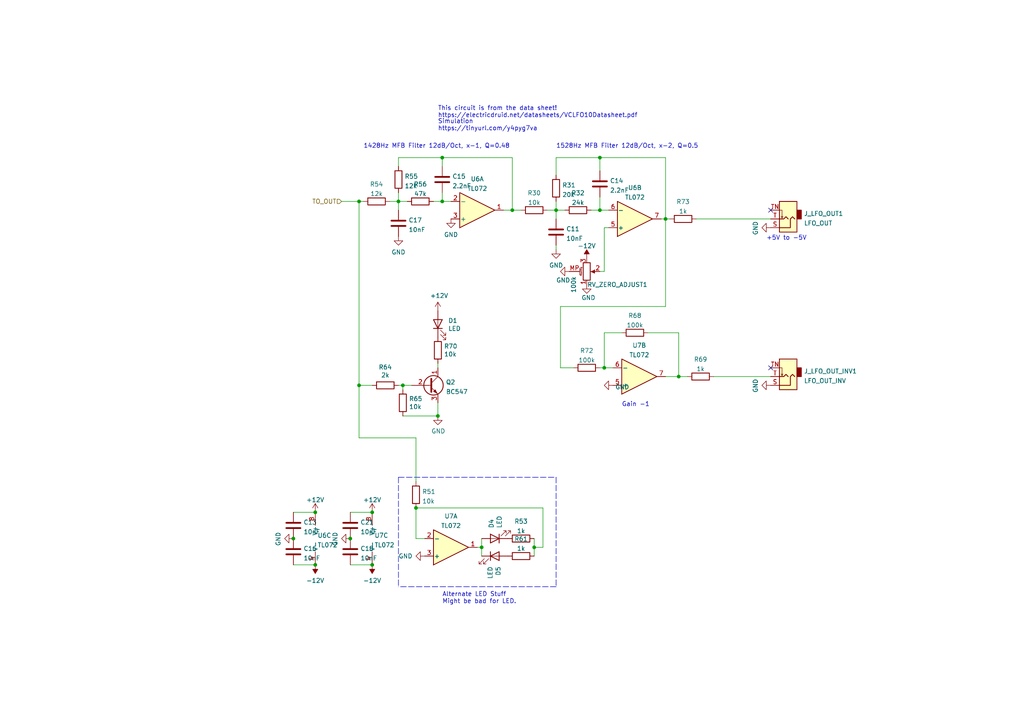
<source format=kicad_sch>
(kicad_sch (version 20211123) (generator eeschema)
  (paper "A4")
  (title_block (title "VCLFO10") (date "2022-06-29") (rev "1.0") (company "RobotDialogs"))
  (lib_symbols
    (symbol "Amplifier_Operational:TL072" (pin_names (offset 0.127))
      (property "Reference" "U" (at 0 5.08 0))
      (property "Value" "TL072" (at 0 -5.08 0))
      (symbol "TL072_1_1"
        (polyline (pts (xy -5.08 5.08) (xy 5.08 0) (xy -5.08 -5.08) (xy -5.08 5.08)) (stroke (width 0.254)) (fill (type background)))
        (pin output line (at 7.62 0 180) (length 2.54) (name "~") (number "1"))
        (pin input line (at -7.62 -2.54 0) (length 2.54) (name "-") (number "2"))
        (pin input line (at -7.62 2.54 0) (length 2.54) (name "+") (number "3"))
      )
      (symbol "TL072_2_1"
        (polyline (pts (xy -5.08 5.08) (xy 5.08 0) (xy -5.08 -5.08) (xy -5.08 5.08)) (stroke (width 0.254)) (fill (type background)))
        (pin input line (at -7.62 2.54 0) (length 2.54) (name "+") (number "5"))
        (pin input line (at -7.62 -2.54 0) (length 2.54) (name "-") (number "6"))
        (pin output line (at 7.62 0 180) (length 2.54) (name "~") (number "7"))
      )
      (symbol "TL072_3_1"
        (pin power_in line (at -2.54 -7.62 90) (length 3.81) (name "V-") (number "4"))
        (pin power_in line (at -2.54 7.62 270) (length 3.81) (name "V+") (number "8"))
      )
    )
    (symbol "Connector:AudioJack2_SwitchT"
      (property "Reference" "J" (at 0 8.89 0))
      (property "Value" "AudioJack2_SwitchT" (at 0 6.35 0))
      (symbol "AudioJack2_SwitchT_0_1"
        (rectangle (start -2.54 0) (end -3.81 -2.54) (stroke (width 0.254)) (fill (type outline)))
        (polyline (pts (xy 1.778 -0.254) (xy 2.032 -0.762)))
        (polyline (pts (xy 0 0) (xy 0.635 -0.635) (xy 1.27 0) (xy 2.54 0)) (stroke (width 0.254)))
        (polyline (pts (xy 2.54 -2.54) (xy 1.778 -2.54) (xy 1.778 -0.254) (xy 1.524 -0.762)))
        (polyline (pts (xy 2.54 2.54) (xy -0.635 2.54) (xy -0.635 0) (xy -1.27 -0.635) (xy -1.905 0)) (stroke (width 0.254)))
        (rectangle (start 2.54 3.81) (end -2.54 -5.08) (stroke (width 0.254)) (fill (type background)))
      )
      (symbol "AudioJack2_SwitchT_1_1"
        (pin passive line (at 5.08 2.54 180) (length 2.54) (name "~") (number "S"))
        (pin passive line (at 5.08 0 180) (length 2.54) (name "~") (number "T"))
        (pin passive line (at 5.08 -2.54 180) (length 2.54) (name "~") (number "TN"))
      )
    )
    (symbol "Device:C" (pin_numbers hide) (pin_names (offset 0.254))
      (property "Reference" "C" (at 0.635 2.54 0))
      (property "Value" "C" (at 0.635 -2.54 0))
      (symbol "C_0_1"
        (polyline (pts (xy -2.032 -0.762) (xy 2.032 -0.762)) (stroke (width 0.508)))
        (polyline (pts (xy -2.032 0.762) (xy 2.032 0.762)) (stroke (width 0.508)))
      )
      (symbol "C_1_1"
        (pin passive line (at 0 3.81 270) (length 2.794) (name "~") (number "1"))
        (pin passive line (at 0 -3.81 90) (length 2.794) (name "~") (number "2"))
      )
    )
    (symbol "Device:LED" (pin_numbers hide) (pin_names (offset 1.016) hide)
      (property "Reference" "D" (at 0 2.54 0))
      (property "Value" "LED" (at 0 -2.54 0))
      (symbol "LED_0_1"
        (polyline (pts (xy -1.27 -1.27) (xy -1.27 1.27)) (stroke (width 0.254)))
        (polyline (pts (xy -1.27 0) (xy 1.27 0)))
        (polyline (pts (xy 1.27 -1.27) (xy 1.27 1.27) (xy -1.27 0) (xy 1.27 -1.27)) (stroke (width 0.254)))
        (polyline (pts (xy -3.048 -0.762) (xy -4.572 -2.286) (xy -3.81 -2.286) (xy -4.572 -2.286) (xy -4.572 -1.524)))
        (polyline (pts (xy -1.778 -0.762) (xy -3.302 -2.286) (xy -2.54 -2.286) (xy -3.302 -2.286) (xy -3.302 -1.524)))
      )
      (symbol "LED_1_1"
        (pin passive line (at -3.81 0 0) (length 2.54) (name "K") (number "1"))
        (pin passive line (at 3.81 0 180) (length 2.54) (name "A") (number "2"))
      )
    )
    (symbol "Device:R" (pin_numbers hide) (pin_names (offset 0))
      (property "Reference" "R" (at 2.032 0 90))
      (property "Value" "R" (at 0 0 90))
      (symbol "R_0_1"
        (rectangle (start -1.016 -2.54) (end 1.016 2.54) (stroke (width 0.254)))
      )
      (symbol "R_1_1"
        (pin passive line (at 0 3.81 270) (length 1.27) (name "~") (number "1"))
        (pin passive line (at 0 -3.81 90) (length 1.27) (name "~") (number "2"))
      )
    )
    (symbol "Device:R_Potentiometer_MountingPin" (pin_names (offset 1.016) hide)
      (property "Reference" "RV" (at -8.255 0 90))
      (property "Value" "R_Potentiometer_MountingPin" (at -6.35 0 90))
      (symbol "R_Potentiometer_MountingPin_0_1"
        (polyline (pts (xy 2.54 0) (xy 1.524 0)))
        (polyline (pts (xy 1.143 0) (xy 2.286 0.508) (xy 2.286 -0.508)) (fill (type outline)))
        (rectangle (start 1.016 2.54) (end -1.016 -2.54) (stroke (width 0.254)))
      )
      (symbol "R_Potentiometer_MountingPin_1_1"
        (polyline (pts (xy -2.032 1.016) (xy -2.032 -1.016)) (stroke (width 0.1524)))
        (text "Mounting" (at -1.651 0 900) (effects (font (size 0.381 0.381))))
        (pin passive line (at 0 3.81 270) (length 1.27) (name "1") (number "1"))
        (pin passive line (at 3.81 0 180) (length 1.27) (name "2") (number "2"))
        (pin passive line (at 0 -3.81 90) (length 1.27) (name "3") (number "3"))
        (pin passive line (at -5.08 0 0) (length 3.048) (name "MountPin") (number "MP"))
      )
    )
    (symbol "Transistor_BJT:BC547" (pin_names (offset 0) hide)
      (property "Reference" "Q" (at 5.08 1.905 0))
      (property "Value" "BC547" (at 5.08 0 0))
      (symbol "BC547_0_1"
        (polyline (pts (xy 0 0) (xy 0.635 0)))
        (polyline (pts (xy 0.635 0.635) (xy 2.54 2.54)))
        (polyline (pts (xy 0.635 -0.635) (xy 2.54 -2.54) (xy 2.54 -2.54)))
        (polyline (pts (xy 0.635 1.905) (xy 0.635 -1.905) (xy 0.635 -1.905)) (stroke (width 0.508)))
        (polyline (pts (xy 1.27 -1.778) (xy 1.778 -1.27) (xy 2.286 -2.286) (xy 1.27 -1.778) (xy 1.27 -1.778)) (fill (type outline)))
        (circle (center 1.27 0) (radius 2.8194) (stroke (width 0.254)))
      )
      (symbol "BC547_1_1"
        (pin passive line (at 2.54 5.08 270) (length 2.54) (name "C") (number "1"))
        (pin input line (at -5.08 0 0) (length 5.08) (name "B") (number "2"))
        (pin passive line (at 2.54 -5.08 90) (length 2.54) (name "E") (number "3"))
      )
    )
    (symbol "power:+12V" (power) (pin_names (offset 0))
      (property "Value" "+12V" (at 0 3.556 0))
      (symbol "+12V_0_1"
        (polyline (pts (xy -0.762 1.27) (xy 0 2.54)))
        (polyline (pts (xy 0 0) (xy 0 2.54)))
        (polyline (pts (xy 0 2.54) (xy 0.762 1.27)))
      )
      (symbol "+12V_1_1"
        (pin power_in line (at 0 0 90) (length 0) hide (name "+12V") (number "1"))
      )
    )
    (symbol "power:-12V" (power) (pin_names (offset 0))
      (property "Value" "-12V" (at 0 3.81 0))
      (symbol "-12V_0_0"
        (pin power_in line (at 0 0 90) (length 0) hide (name "-12V") (number "1"))
      )
      (symbol "-12V_0_1"
        (polyline (pts (xy 0 0) (xy 0 1.27) (xy 0.762 1.27) (xy 0 2.54) (xy -0.762 1.27) (xy 0 1.27)) (fill (type outline)))
      )
    )
    (symbol "power:GND" (power) (pin_names (offset 0))
      (property "Value" "GND" (at 0 -3.81 0))
      (symbol "GND_0_1"
        (polyline (pts (xy 0 0) (xy 0 -1.27) (xy 1.27 -1.27) (xy 0 -2.54) (xy -1.27 -1.27) (xy 0 -1.27)))
      )
      (symbol "GND_1_1"
        (pin power_in line (at 0 0 270) (length 0) hide (name "GND") (number "1"))
      )
    )
  )
  (junction (at 107.95 163.83))
  (junction (at 139.7 158.75))
  (junction (at 115.57 58.42))
  (junction (at 116.84 111.76))
  (junction (at 196.85 109.22))
  (junction (at 104.14 111.76))
  (junction (at 127 120.65))
  (junction (at 175.26 106.68))
  (junction (at 120.65 147.32))
  (junction (at 193.04 63.5))
  (junction (at 91.44 163.83))
  (junction (at 173.99 60.96))
  (junction (at 85.09 156.21))
  (junction (at 107.95 148.59))
  (junction (at 101.6 156.21))
  (junction (at 128.27 58.42))
  (junction (at 91.44 148.59))
  (junction (at 161.29 60.96))
  (junction (at 128.27 45.72))
  (junction (at 104.14 58.42))
  (junction (at 173.99 45.72))
  (junction (at 148.59 60.96))
  (junction (at 154.94 158.75))
  (no_connect (at 223.52 60.96))
  (no_connect (at 223.52 106.68))
  (wire (pts (xy 125.73 58.42) (xy 128.27 58.42)))
  (wire (pts (xy 162.56 106.68) (xy 166.37 106.68)))
  (wire (pts (xy 127 105.41) (xy 127 106.68)))
  (wire (pts (xy 85.09 163.83) (xy 91.44 163.83)))
  (wire (pts (xy 201.93 63.5) (xy 223.52 63.5)))
  (polyline (pts (xy 115.57 138.43) (xy 115.57 170.18)))
  (wire (pts (xy 116.84 111.76) (xy 119.38 111.76)))
  (wire (pts (xy 120.65 156.21) (xy 120.65 147.32)))
  (wire (pts (xy 104.14 58.42) (xy 105.41 58.42)))
  (wire (pts (xy 193.04 109.22) (xy 196.85 109.22)))
  (wire (pts (xy 120.65 147.32) (xy 157.48 147.32)))
  (wire (pts (xy 191.77 63.5) (xy 193.04 63.5)))
  (wire (pts (xy 115.57 58.42) (xy 115.57 60.96)))
  (wire (pts (xy 148.59 60.96) (xy 148.59 45.72)))
  (wire (pts (xy 101.6 163.83) (xy 107.95 163.83)))
  (polyline (pts (xy 161.29 170.18) (xy 115.57 170.18)))
  (wire (pts (xy 154.94 158.75) (xy 157.48 158.75)))
  (wire (pts (xy 120.65 139.7) (xy 120.65 127)))
  (wire (pts (xy 173.99 45.72) (xy 193.04 45.72)))
  (wire (pts (xy 196.85 96.52) (xy 187.96 96.52)))
  (wire (pts (xy 115.57 58.42) (xy 118.11 58.42)))
  (wire (pts (xy 115.57 48.26) (xy 115.57 45.72)))
  (wire (pts (xy 115.57 111.76) (xy 116.84 111.76)))
  (wire (pts (xy 107.95 111.76) (xy 104.14 111.76)))
  (wire (pts (xy 157.48 158.75) (xy 157.48 147.32)))
  (wire (pts (xy 162.56 88.9) (xy 193.04 88.9)))
  (polyline (pts (xy 161.29 138.43) (xy 161.29 170.18)))
  (wire (pts (xy 199.39 109.22) (xy 196.85 109.22)))
  (wire (pts (xy 173.99 45.72) (xy 173.99 49.53)))
  (wire (pts (xy 173.99 60.96) (xy 176.53 60.96)))
  (wire (pts (xy 115.57 45.72) (xy 128.27 45.72)))
  (wire (pts (xy 161.29 50.8) (xy 161.29 45.72)))
  (wire (pts (xy 154.94 158.75) (xy 154.94 161.29)))
  (wire (pts (xy 101.6 148.59) (xy 107.95 148.59)))
  (polyline (pts (xy 115.57 138.43) (xy 161.29 138.43)))
  (wire (pts (xy 176.53 66.04) (xy 175.26 66.04)))
  (wire (pts (xy 139.7 158.75) (xy 139.7 161.29)))
  (wire (pts (xy 123.19 156.21) (xy 120.65 156.21)))
  (wire (pts (xy 138.43 158.75) (xy 139.7 158.75)))
  (wire (pts (xy 196.85 109.22) (xy 196.85 96.52)))
  (wire (pts (xy 154.94 156.21) (xy 154.94 158.75)))
  (wire (pts (xy 193.04 45.72) (xy 193.04 63.5)))
  (wire (pts (xy 175.26 78.74) (xy 173.99 78.74)))
  (wire (pts (xy 161.29 45.72) (xy 173.99 45.72)))
  (wire (pts (xy 193.04 88.9) (xy 193.04 63.5)))
  (wire (pts (xy 128.27 45.72) (xy 128.27 48.26)))
  (wire (pts (xy 99.06 58.42) (xy 104.14 58.42)))
  (wire (pts (xy 116.84 113.03) (xy 116.84 111.76)))
  (wire (pts (xy 148.59 45.72) (xy 128.27 45.72)))
  (wire (pts (xy 158.75 60.96) (xy 161.29 60.96)))
  (wire (pts (xy 148.59 60.96) (xy 151.13 60.96)))
  (wire (pts (xy 173.99 57.15) (xy 173.99 60.96)))
  (wire (pts (xy 175.26 66.04) (xy 175.26 78.74)))
  (wire (pts (xy 175.26 106.68) (xy 177.8 106.68)))
  (wire (pts (xy 139.7 156.21) (xy 139.7 158.75)))
  (wire (pts (xy 128.27 55.88) (xy 128.27 58.42)))
  (wire (pts (xy 173.99 106.68) (xy 175.26 106.68)))
  (wire (pts (xy 116.84 120.65) (xy 127 120.65)))
  (wire (pts (xy 127 116.84) (xy 127 120.65)))
  (wire (pts (xy 193.04 63.5) (xy 194.31 63.5)))
  (wire (pts (xy 85.09 148.59) (xy 91.44 148.59)))
  (wire (pts (xy 128.27 58.42) (xy 130.81 58.42)))
  (wire (pts (xy 104.14 111.76) (xy 104.14 58.42)))
  (wire (pts (xy 175.26 96.52) (xy 175.26 106.68)))
  (wire (pts (xy 180.34 96.52) (xy 175.26 96.52)))
  (wire (pts (xy 113.03 58.42) (xy 115.57 58.42)))
  (wire (pts (xy 161.29 58.42) (xy 161.29 60.96)))
  (wire (pts (xy 162.56 106.68) (xy 162.56 88.9)))
  (wire (pts (xy 104.14 127) (xy 104.14 111.76)))
  (wire (pts (xy 115.57 55.88) (xy 115.57 58.42)))
  (wire (pts (xy 161.29 60.96) (xy 161.29 63.5)))
  (wire (pts (xy 207.01 109.22) (xy 223.52 109.22)))
  (wire (pts (xy 171.45 60.96) (xy 173.99 60.96)))
  (wire (pts (xy 120.65 127) (xy 104.14 127)))
  (wire (pts (xy 161.29 60.96) (xy 163.83 60.96)))
  (wire (pts (xy 161.29 71.12) (xy 161.29 72.39)))
  (wire (pts (xy 146.05 60.96) (xy 148.59 60.96)))
  (text "1528Hz MFB Filter 12dB/Oct, x-2, Q=0.5" (at 161.29 43.18 0) (effects (font (size 1.27 1.27)) (justify left bottom)))
  (text "Simulation \nhttps://tinyurl.com/y4pyg7va" (at 127 38.1 0) (effects (font (size 1.27 1.27)) (justify left bottom)))
  (text "1428Hz MFB Filter 12dB/Oct, x-1, Q=0.48\n" (at 105.41 43.18 0) (effects (font (size 1.27 1.27)) (justify left bottom)))
  (text "+5V to -5V\n" (at 222.25 69.85 0) (effects (font (size 1.27 1.27)) (justify left bottom)))
  (text "This circuit is from the data sheet!\nhttps://electricdruid.net/datasheets/VCLFO10Datasheet.pdf" (at 127 34.29 0) (effects (font (size 1.27 1.27)) (justify left bottom)))
  (text "Gain -1" (at 180.34 118.11 0) (effects (font (size 1.27 1.27)) (justify left bottom)))
  (text "Alternate LED Stuff\nMight be bad for LED." (at 128.27 175.26 0) (effects (font (size 1.27 1.27)) (justify left bottom)))
  (hierarchical_label "TO_OUT" (shape input) (at 99.06 58.42 180))
  (symbol (lib_id "power:GND") (at 123.19 161.29 270) (unit 1)
    (property "Reference" "#PWR04" (effects hide))
    (property "Value" "GND" (at 115.57 161.29 90) (effects (justify left)))
  )
  (symbol (lib_id "Device:R") (at 167.64 60.96 90) (unit 1)
    (property "Reference" "R32" (at 167.64 55.9775 90))
    (property "Value" "24k" (at 167.64 58.7526 90))
    (property "Footprint" "Resistor_SMD:R_1206_3216Metric_Pad1.30x1.75mm_HandSolder" (effects hide))
  )
  (symbol (lib_id "Device:R") (at 154.94 60.96 90) (unit 1)
    (property "Reference" "R30" (at 154.94 55.9775 90))
    (property "Value" "10k" (at 154.94 58.7526 90))
    (property "Footprint" "Resistor_SMD:R_1206_3216Metric_Pad1.30x1.75mm_HandSolder" (effects hide))
  )
  (symbol (lib_id "power:GND") (at 165.1 78.74 270) (unit 1)
    (property "Reference" "#PWR06" (effects hide))
    (property "Value" "GND" (at 161.29 81.28 90) (effects (justify left)))
  )
  (symbol (lib_id "Connector:AudioJack2_SwitchT") (at 228.6 63.5 180) (unit 1)
    (property "Reference" "J_LFO_OUT1" (at 233.172 61.9565 0) (effects (justify right)))
    (property "Value" "LFO_OUT" (at 233.172 64.7316 0) (effects (justify right)))
    (property "Footprint" "My Stuff:Jack_3.5mm_MJ-355W_and_PJ398SM_Vertical" (effects hide))
  )
  (symbol (lib_id "Device:R") (at 109.22 58.42 90) (unit 1)
    (property "Reference" "R54" (at 109.22 53.4375 90))
    (property "Value" "12k" (at 109.22 56.2126 90))
    (property "Footprint" "Resistor_SMD:R_1206_3216Metric_Pad1.30x1.75mm_HandSolder" (effects hide))
  )
  (symbol (lib_id "Device:R") (at 151.13 156.21 90) (unit 1)
    (property "Reference" "R53" (at 151.13 151.2275 90))
    (property "Value" "1k" (at 151.13 154.0026 90))
    (property "Footprint" "Resistor_SMD:R_1206_3216Metric_Pad1.30x1.75mm_HandSolder" (effects hide))
  )
  (symbol (lib_id "Device:R") (at 121.92 58.42 90) (unit 1)
    (property "Reference" "R56" (at 121.92 53.4375 90))
    (property "Value" "47k" (at 121.92 56.2126 90))
    (property "Footprint" "Resistor_SMD:R_1206_3216Metric_Pad1.30x1.75mm_HandSolder" (effects hide))
  )
  (symbol (lib_id "power:+12V") (at 91.44 148.59 0) (unit 1)
    (property "Reference" "#PWR0139" (effects hide))
    (property "Value" "+12V" (at 91.44 144.9855 0))
  )
  (symbol (lib_id "power:GND") (at 85.09 156.21 270) (unit 1)
    (property "Reference" "#PWR062" (effects hide))
    (property "Value" "GND" (at 80.6958 156.337 0))
  )
  (symbol (lib_id "power:GND") (at 127 120.65 0) (unit 1)
    (property "Reference" "#PWR051" (effects hide))
    (property "Value" "GND" (at 127.127 125.0442 0))
  )
  (symbol (lib_id "Device:R") (at 151.13 161.29 90) (unit 1)
    (property "Reference" "R61" (at 151.13 156.3075 90))
    (property "Value" "1k" (at 151.13 159.0826 90))
    (property "Footprint" "Resistor_SMD:R_1206_3216Metric_Pad1.30x1.75mm_HandSolder" (effects hide))
  )
  (symbol (lib_id "Device:R") (at 120.65 143.51 180) (unit 1)
    (property "Reference" "R51" (at 122.428 142.6015 0) (effects (justify right)))
    (property "Value" "10k" (at 122.428 145.3766 0) (effects (justify right)))
    (property "Footprint" "Resistor_SMD:R_1206_3216Metric_Pad1.30x1.75mm_HandSolder" (effects hide))
  )
  (symbol (lib_id "power:-12V") (at 170.18 74.93 0) (unit 1)
    (property "Reference" "#PWR0135" (effects hide))
    (property "Value" "-12V" (at 170.18 71.3255 0))
  )
  (symbol (lib_id "Device:R_Potentiometer_MountingPin") (at 170.18 78.74 0) (mirror x) (unit 1)
    (property "Reference" "RV_ZERO_ADJUST1" (at 179.07 82.55 0))
    (property "Value" "100k" (at 166.37 82.55 90))
    (property "Footprint" "My Stuff:Potentiometer_Alpha_RD901F-40-00D_Single_Vertical_w_3d" (effects hide))
  )
  (symbol (lib_id "Transistor_BJT:BC547") (at 124.46 111.76 0) (unit 1)
    (property "Reference" "Q2" (at 129.3114 110.8515 0) (effects (justify left)))
    (property "Value" "BC547" (at 129.3114 113.6266 0) (effects (justify left)))
    (property "Footprint" "Package_TO_SOT_THT:TO-92_Inline_Wide" (effects hide))
    (property "Datasheet" "https://www.onsemi.com/pub/Collateral/BC550-D.pdf" (effects hide))
  )
  (symbol (lib_id "power:GND") (at 115.57 68.58 0) (unit 1)
    (property "Reference" "#PWR0138" (effects hide))
    (property "Value" "GND" (at 115.57 73.1425 0))
  )
  (symbol (lib_id "Device:C") (at 173.99 53.34 0) (unit 1)
    (property "Reference" "C14" (at 176.911 52.4315 0) (effects (justify left)))
    (property "Value" "2.2nF" (at 176.911 55.2066 0) (effects (justify left)))
    (property "Footprint" "Capacitor_SMD:C_1206_3216Metric_Pad1.33x1.80mm_HandSolder" (effects hide))
  )
  (symbol (lib_id "Device:C") (at 101.6 160.02 0) (unit 1)
    (property "Reference" "C18" (at 104.521 159.1115 0) (effects (justify left)))
    (property "Value" "10nF" (at 104.521 161.8866 0) (effects (justify left)))
    (property "Footprint" "Capacitor_SMD:C_1206_3216Metric_Pad1.33x1.80mm_HandSolder" (effects hide))
  )
  (symbol (lib_id "Connector:AudioJack2_SwitchT") (at 228.6 109.22 180) (unit 1)
    (property "Reference" "J_LFO_OUT_INV1" (at 233.172 107.6765 0) (effects (justify right)))
    (property "Value" "LFO_OUT_INV" (at 233.172 110.4516 0) (effects (justify right)))
    (property "Footprint" "My Stuff:Jack_3.5mm_MJ-355W_and_PJ398SM_Vertical" (effects hide))
  )
  (symbol (lib_id "Device:R") (at 198.12 63.5 90) (unit 1)
    (property "Reference" "R73" (at 198.12 58.5175 90))
    (property "Value" "1k" (at 198.12 61.2926 90))
    (property "Footprint" "Resistor_SMD:R_1206_3216Metric_Pad1.30x1.75mm_HandSolder" (effects hide))
  )
  (symbol (lib_id "Device:C") (at 161.29 67.31 0) (unit 1)
    (property "Reference" "C11" (at 164.211 66.4015 0) (effects (justify left)))
    (property "Value" "10nF" (at 164.211 69.1766 0) (effects (justify left)))
    (property "Footprint" "Capacitor_SMD:C_1206_3216Metric_Pad1.33x1.80mm_HandSolder" (effects hide))
  )
  (symbol (lib_id "Device:R") (at 116.84 116.84 0) (unit 1)
    (property "Reference" "R65" (at 118.618 115.6716 0) (effects (justify left)))
    (property "Value" "10k" (at 118.618 117.983 0) (effects (justify left)))
    (property "Footprint" "Resistor_SMD:R_1206_3216Metric_Pad1.30x1.75mm_HandSolder" (effects hide))
  )
  (symbol (lib_id "Device:R") (at 111.76 111.76 270) (unit 1)
    (property "Reference" "R64" (at 111.76 106.5022 90))
    (property "Value" "2k" (at 111.76 108.8136 90))
    (property "Footprint" "Resistor_SMD:R_1206_3216Metric_Pad1.30x1.75mm_HandSolder" (effects hide))
  )
  (symbol (lib_id "Device:R") (at 115.57 52.07 180) (unit 1)
    (property "Reference" "R55" (at 117.348 51.1615 0) (effects (justify right)))
    (property "Value" "12k" (at 117.348 53.9366 0) (effects (justify right)))
    (property "Footprint" "Resistor_SMD:R_1206_3216Metric_Pad1.30x1.75mm_HandSolder" (effects hide))
  )
  (symbol (lib_id "Device:LED") (at 143.51 156.21 180) (unit 1)
    (property "Reference" "D4" (at 142.5194 153.2128 90) (effects (justify right)))
    (property "Value" "LED" (at 144.8308 153.2128 90) (effects (justify right)))
    (property "Footprint" "Connector_PinHeader_2.54mm:PinHeader_1x02_P2.54mm_Vertical" (effects hide))
  )
  (symbol (lib_id "power:GND") (at 223.52 66.04 270) (unit 1)
    (property "Reference" "#PWR05" (effects hide))
    (property "Value" "GND" (at 219.1258 66.167 0))
  )
  (symbol (lib_id "power:GND") (at 161.29 72.39 0) (unit 1)
    (property "Reference" "#PWR0134" (effects hide))
    (property "Value" "GND" (at 161.29 76.9525 0))
  )
  (symbol (lib_id "Device:LED") (at 143.51 161.29 0) (unit 1)
    (property "Reference" "D5" (at 144.5006 164.2872 90) (effects (justify right)))
    (property "Value" "LED" (at 142.1892 164.2872 90) (effects (justify right)))
    (property "Footprint" "Connector_PinHeader_2.54mm:PinHeader_1x02_P2.54mm_Vertical" (effects hide))
  )
  (symbol (lib_id "Device:R") (at 127 101.6 0) (unit 1)
    (property "Reference" "R70" (at 128.778 100.4316 0) (effects (justify left)))
    (property "Value" "10k" (at 128.778 102.743 0) (effects (justify left)))
    (property "Footprint" "Resistor_SMD:R_1206_3216Metric_Pad1.30x1.75mm_HandSolder" (effects hide))
  )
  (symbol (lib_id "power:GND") (at 130.81 63.5 0) (unit 1)
    (property "Reference" "#PWR0137" (effects hide))
    (property "Value" "GND" (at 130.81 68.0625 0))
  )
  (symbol (lib_id "power:GND") (at 223.52 111.76 270) (unit 1)
    (property "Reference" "#PWR018" (effects hide))
    (property "Value" "GND" (at 219.1258 111.887 0))
  )
  (symbol (lib_id "Amplifier_Operational:TL072") (at 185.42 109.22 0) (mirror x) (unit 2)
    (property "Reference" "U7" (at 185.42 100.1735 0))
    (property "Value" "TL072" (at 185.42 102.9486 0))
    (property "Footprint" "Package_DIP:DIP-8_W7.62mm_Socket_LongPads" (effects hide))
    (property "Datasheet" "http://www.ti.com/lit/ds/symlink/tl071.pdf" (effects hide))
  )
  (symbol (lib_id "Device:C") (at 128.27 52.07 0) (unit 1)
    (property "Reference" "C15" (at 131.191 51.1615 0) (effects (justify left)))
    (property "Value" "2.2nF" (at 131.191 53.9366 0) (effects (justify left)))
    (property "Footprint" "Capacitor_SMD:C_1206_3216Metric_Pad1.33x1.80mm_HandSolder" (effects hide))
  )
  (symbol (lib_id "Device:R") (at 184.15 96.52 90) (unit 1)
    (property "Reference" "R68" (at 184.15 91.5375 90))
    (property "Value" "100k" (at 184.15 94.3126 90))
    (property "Footprint" "Resistor_SMD:R_1206_3216Metric_Pad1.30x1.75mm_HandSolder" (effects hide))
  )
  (symbol (lib_id "power:-12V") (at 91.44 163.83 180) (unit 1)
    (property "Reference" "#PWR0140" (effects hide))
    (property "Value" "-12V" (at 91.44 168.3925 0))
  )
  (symbol (lib_id "power:GND") (at 177.8 111.76 270) (unit 1)
    (property "Reference" "#PWR050" (effects hide))
    (property "Value" "GND" (at 178.435 112.239 90) (effects (justify left)))
  )
  (symbol (lib_id "Device:C") (at 85.09 160.02 0) (unit 1)
    (property "Reference" "C16" (at 88.011 159.1115 0) (effects (justify left)))
    (property "Value" "10nF" (at 88.011 161.8866 0) (effects (justify left)))
    (property "Footprint" "Capacitor_SMD:C_1206_3216Metric_Pad1.33x1.80mm_HandSolder" (effects hide))
  )
  (symbol (lib_id "Device:C") (at 101.6 152.4 0) (unit 1)
    (property "Reference" "C21" (at 104.521 151.4915 0) (effects (justify left)))
    (property "Value" "10nF" (at 104.521 154.2666 0) (effects (justify left)))
    (property "Footprint" "Capacitor_SMD:C_1206_3216Metric_Pad1.33x1.80mm_HandSolder" (effects hide))
  )
  (symbol (lib_id "Device:C") (at 85.09 152.4 0) (unit 1)
    (property "Reference" "C13" (at 88.011 151.4915 0) (effects (justify left)))
    (property "Value" "10nF" (at 88.011 154.2666 0) (effects (justify left)))
    (property "Footprint" "Capacitor_SMD:C_1206_3216Metric_Pad1.33x1.80mm_HandSolder" (effects hide))
  )
  (symbol (lib_id "Device:R") (at 161.29 54.61 180) (unit 1)
    (property "Reference" "R31" (at 163.068 53.7015 0) (effects (justify right)))
    (property "Value" "20k" (at 163.068 56.4766 0) (effects (justify right)))
    (property "Footprint" "Resistor_SMD:R_1206_3216Metric_Pad1.30x1.75mm_HandSolder" (effects hide))
  )
  (symbol (lib_id "Device:LED") (at 127 93.98 90) (unit 1)
    (property "Reference" "D1" (at 129.9972 92.9894 90) (effects (justify right)))
    (property "Value" "LED" (at 129.9972 95.3008 90) (effects (justify right)))
    (property "Footprint" "Connector_PinHeader_2.54mm:PinHeader_1x02_P2.54mm_Vertical" (effects hide))
  )
  (symbol (lib_id "Amplifier_Operational:TL072") (at 130.81 158.75 0) (mirror x) (unit 1)
    (property "Reference" "U7" (at 130.81 149.7035 0))
    (property "Value" "TL072" (at 130.81 152.4786 0))
    (property "Footprint" "Package_DIP:DIP-8_W7.62mm_Socket_LongPads" (effects hide))
    (property "Datasheet" "http://www.ti.com/lit/ds/symlink/tl071.pdf" (effects hide))
  )
  (symbol (lib_id "Device:C") (at 115.57 64.77 0) (unit 1)
    (property "Reference" "C17" (at 118.491 63.8615 0) (effects (justify left)))
    (property "Value" "10nF" (at 118.491 66.6366 0) (effects (justify left)))
    (property "Footprint" "Capacitor_SMD:C_1206_3216Metric_Pad1.33x1.80mm_HandSolder" (effects hide))
  )
  (symbol (lib_id "power:+12V") (at 107.95 148.59 0) (unit 1)
    (property "Reference" "#PWR01" (effects hide))
    (property "Value" "+12V" (at 107.95 144.9855 0))
  )
  (symbol (lib_id "Amplifier_Operational:TL072") (at 110.49 156.21 0) (unit 3)
    (property "Reference" "U7" (at 108.585 155.3015 0) (effects (justify left)))
    (property "Value" "TL072" (at 108.585 158.0766 0) (effects (justify left)))
    (property "Footprint" "Package_DIP:DIP-8_W7.62mm_Socket_LongPads" (effects hide))
    (property "Datasheet" "http://www.ti.com/lit/ds/symlink/tl071.pdf" (effects hide))
  )
  (symbol (lib_id "Amplifier_Operational:TL072") (at 93.98 156.21 0) (unit 3)
    (property "Reference" "U6" (at 92.075 155.3015 0) (effects (justify left)))
    (property "Value" "TL072" (at 92.075 158.0766 0) (effects (justify left)))
    (property "Footprint" "Package_DIP:DIP-8_W7.62mm_Socket_LongPads" (effects hide))
    (property "Datasheet" "http://www.ti.com/lit/ds/symlink/tl071.pdf" (effects hide))
  )
  (symbol (lib_id "power:GND") (at 170.18 82.55 0) (unit 1)
    (property "Reference" "#PWR0136" (effects hide))
    (property "Value" "GND" (at 172.72 86.36 0) (effects (justify right)))
  )
  (symbol (lib_id "Amplifier_Operational:TL072") (at 138.43 60.96 0) (mirror x) (unit 1)
    (property "Reference" "U6" (at 138.43 51.9135 0))
    (property "Value" "TL072" (at 138.43 54.6886 0))
    (property "Footprint" "Package_DIP:DIP-8_W7.62mm_Socket_LongPads" (effects hide))
    (property "Datasheet" "http://www.ti.com/lit/ds/symlink/tl071.pdf" (effects hide))
  )
  (symbol (lib_id "power:-12V") (at 107.95 163.83 180) (unit 1)
    (property "Reference" "#PWR02" (effects hide))
    (property "Value" "-12V" (at 107.95 168.3925 0))
  )
  (symbol (lib_id "Device:R") (at 203.2 109.22 90) (unit 1)
    (property "Reference" "R69" (at 203.2 104.2375 90))
    (property "Value" "1k" (at 203.2 107.0126 90))
    (property "Footprint" "Resistor_SMD:R_1206_3216Metric_Pad1.30x1.75mm_HandSolder" (effects hide))
  )
  (symbol (lib_id "power:+12V") (at 127 90.17 0) (unit 1)
    (property "Reference" "#PWR03" (effects hide))
    (property "Value" "+12V" (at 127.381 85.7758 0))
  )
  (symbol (lib_id "Device:R") (at 170.18 106.68 90) (unit 1)
    (property "Reference" "R72" (at 170.18 101.6975 90))
    (property "Value" "100k" (at 170.18 104.4726 90))
    (property "Footprint" "Resistor_SMD:R_1206_3216Metric_Pad1.30x1.75mm_HandSolder" (effects hide))
  )
  (symbol (lib_id "power:GND") (at 101.6 156.21 270) (unit 1)
    (property "Reference" "#PWR063" (effects hide))
    (property "Value" "GND" (at 97.2058 156.337 0))
  )
  (symbol (lib_id "Amplifier_Operational:TL072") (at 184.15 63.5 0) (mirror x) (unit 2)
    (property "Reference" "U6" (at 184.15 54.4535 0))
    (property "Value" "TL072" (at 184.15 57.2286 0))
    (property "Footprint" "Package_DIP:DIP-8_W7.62mm_Socket_LongPads" (effects hide))
    (property "Datasheet" "http://www.ti.com/lit/ds/symlink/tl071.pdf" (effects hide))
  )
)
</source>
